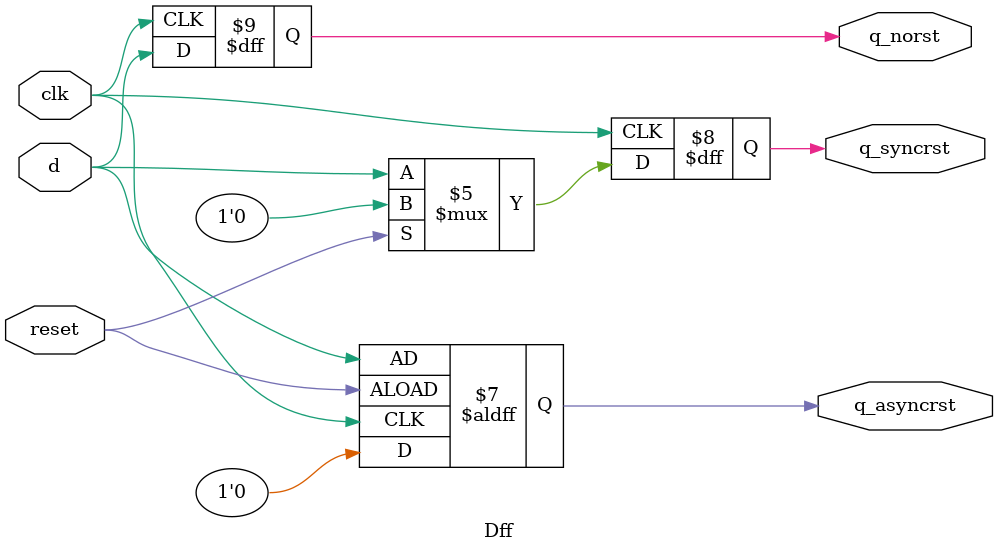
<source format=v>
module Dff(clk, d, q_norst, q_syncrst, q_asyncrst, reset);

input clk, d, reset;
output reg q_asyncrst, q_syncrst, q_norst;

always @(posedge clk) 
    q_norst <= d;

always @(posedge clk)
    if(reset)
        q_syncrst <= 1'b0;
    else
        q_syncrst <= d;

always @(posedge clk or negedge reset)
    if (reset)
        q_asyncrst <= 0;
    else
        q_asyncrst <= d;

endmodule
</source>
